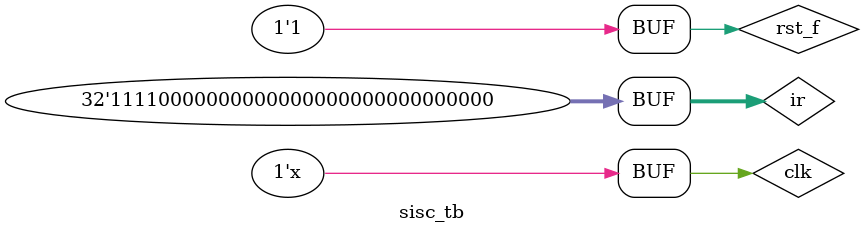
<source format=v>

`timescale 1ns/100ps  

module sisc_tb;

  parameter    tclk = 10.0;    
  reg          clk;
  reg          rst_f;
  reg [31:0]   ir;

  // component instantiation
  // "uut" stands for "Unit Under Test"
 
  sisc uut ( clk, rst_f, ir);

  // clock driver
  initial
  begin
    clk = 0;    
  end
	
  always
  begin
    #(tclk/2.0);
    clk = ~clk;
  end
 
  // reset control
  initial 
  begin
    rst_f = 0;
    // wait for 20 ns;
    #20; 
    rst_f = 1;
  end


  initial
  begin
    // To test all of the arithmetic instructions:
        ir = 32'h00000000; //NOP
    #85 ir = 32'h21100001; //ADI  R1 <- R0 + (0x0000)0001
    #50 ir = 32'h11211000; //ADD  R2 <- R1 + R1
    #50 ir = 32'h1B322000; //SHL  R3 <- R2 << [R2]
    #50 ir = 32'h12412000; //SUB  R4 <- R1 - R2
    #50 ir = 32'h1A443000; //SHR  R4 <- R4 >> [R3]
    #50 ir = 32'h17234000; //XOR  R2 <- R3 ^ R4
    #50 ir = 32'h14220000; //NOT  R2 <- ~R2
    #50 ir = 32'h19421000; //ROL  R4 <- R2 <.< [R1]
    #50 ir = 32'h15524000; //OR   R5 <- R2 | R4
    #50 ir = 32'h16324000; //AND  R3 <- R2 & R4
    #50 ir = 32'h00000000; //NOP

	/*
	 * At this point, registers should be as follows:
	 *   R1: 00000001		R4: FE000011
	 *   R2: FF000008		R5: FF000019
	 *   R3: FE000000		R0, R6-R15: 00000000
	 */

    // To test status code generation:
    #50 ir = 32'h21100001; //ADI  R1 <- R0 + (0x0000)0001 (STAT: 0000)
    #50 ir = 32'h12211000; //SUB  R2 <- R1 - R1           (STAT: 0001)
    #50 ir = 32'h12201000; //SUB  R2 <- R0 - R1           (STAT: 1010)
    #50 ir = 32'h18311000; //ROR  R3 <- R1 >> [R1]
    #50 ir = 32'h11423000; //ADD  R4 <- R2 + R3           (STAT: 1100)
    #50 ir = 32'hF0000000; //HALT

  end
 
endmodule

</source>
